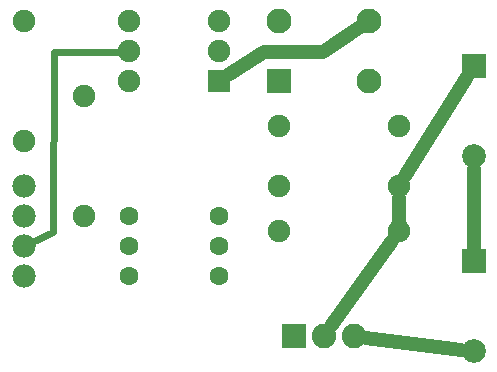
<source format=gtl>
G04 MADE WITH FRITZING*
G04 WWW.FRITZING.ORG*
G04 DOUBLE SIDED*
G04 HOLES PLATED*
G04 CONTOUR ON CENTER OF CONTOUR VECTOR*
%ASAXBY*%
%FSLAX23Y23*%
%MOIN*%
%OFA0B0*%
%SFA1.0B1.0*%
%ADD10C,0.079370*%
%ADD11C,0.078000*%
%ADD12C,0.075000*%
%ADD13C,0.082778*%
%ADD14C,0.082750*%
%ADD15C,0.082000*%
%ADD16C,0.063000*%
%ADD17R,0.079370X0.079370*%
%ADD18R,0.075000X0.075000*%
%ADD19R,0.082778X0.082764*%
%ADD20R,0.082000X0.082000*%
%ADD21C,0.048000*%
%ADD22C,0.024000*%
%ADD23R,0.001000X0.001000*%
%LNCOPPER1*%
G90*
G70*
G54D10*
X1686Y644D03*
X1686Y344D03*
X1686Y1294D03*
X1686Y994D03*
G54D11*
X186Y894D03*
X186Y794D03*
X186Y694D03*
X186Y594D03*
G54D12*
X836Y1244D03*
X536Y1244D03*
X836Y1344D03*
X536Y1344D03*
X836Y1444D03*
X536Y1444D03*
G54D13*
X1036Y1244D03*
G54D14*
X1336Y1244D03*
G54D13*
X1036Y1444D03*
G54D14*
X1336Y1444D03*
G54D12*
X1036Y894D03*
X1436Y894D03*
G54D15*
X1086Y394D03*
X1186Y394D03*
X1286Y394D03*
G54D12*
X386Y1194D03*
X386Y794D03*
X186Y1044D03*
X186Y1444D03*
X1036Y744D03*
X1436Y744D03*
X1036Y1094D03*
X1436Y1094D03*
G54D16*
X536Y794D03*
X536Y694D03*
X536Y594D03*
X836Y594D03*
X836Y694D03*
X836Y794D03*
X536Y794D03*
X536Y694D03*
X536Y594D03*
X836Y594D03*
X836Y694D03*
X836Y794D03*
G54D17*
X1686Y644D03*
X1686Y1294D03*
G54D18*
X836Y1244D03*
G54D19*
X1036Y1244D03*
G54D20*
X1086Y394D03*
G54D21*
X1663Y1258D02*
X1457Y927D01*
D02*
X1413Y711D02*
X1211Y429D01*
D02*
X1328Y388D02*
X1644Y349D01*
D02*
X1436Y783D02*
X1436Y854D01*
D02*
X1686Y952D02*
X1686Y686D01*
G54D22*
D02*
X284Y743D02*
X287Y1342D01*
D02*
X287Y1342D02*
X507Y1343D01*
D02*
X213Y707D02*
X284Y743D01*
G54D21*
D02*
X1185Y1342D02*
X1306Y1424D01*
D02*
X986Y1342D02*
X1185Y1342D01*
D02*
X869Y1265D02*
X986Y1342D01*
G54D23*
D02*
G04 End of Copper1*
M02*
</source>
